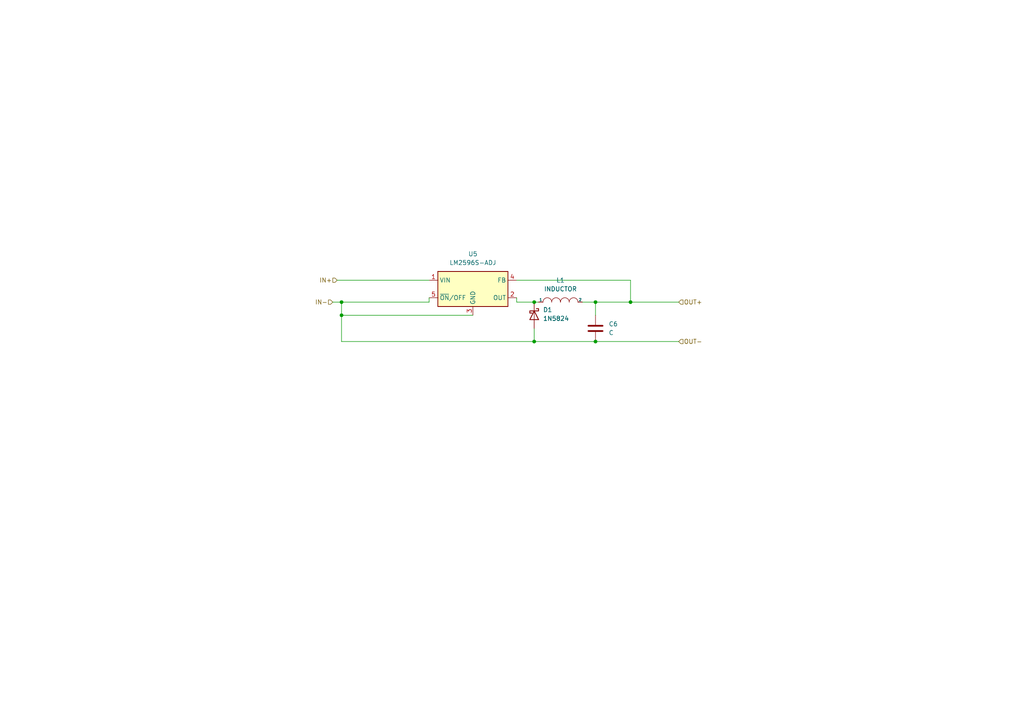
<source format=kicad_sch>
(kicad_sch (version 20230121) (generator eeschema)
  (paper "A4")
  (lib_symbols
    (symbol "Device:C" (pin_numbers hide) (pin_names (offset 0.254))
      (property "Reference" "C" (at 0.635 2.54 0))
      (property "Value" "C" (at 0.635 -2.54 0))
      (symbol "C_0_1"
        (polyline (pts (xy -2.032 -0.762) (xy 2.032 -0.762)) (stroke (width 0.508)))
        (polyline (pts (xy -2.032 0.762) (xy 2.032 0.762)) (stroke (width 0.508)))
      )
      (symbol "C_1_1"
        (pin passive line (at 0 3.81 270) (length 2.794) (name "~") (number "1"))
        (pin passive line (at 0 -3.81 90) (length 2.794) (name "~") (number "2"))
      )
    )
    (symbol "Diode:1N5822" (pin_numbers hide) (pin_names (offset 1.016) hide)
      (property "Reference" "D" (at 0 2.54 0))
      (property "Value" "1N5822" (at 0 -2.54 0))
      (symbol "1N5822_0_1"
        (polyline (pts (xy 1.27 0) (xy -1.27 0)))
        (polyline (pts (xy 1.27 1.27) (xy 1.27 -1.27) (xy -1.27 0) (xy 1.27 1.27)) (stroke (width 0.254)))
        (polyline (pts (xy -1.905 0.635) (xy -1.905 1.27) (xy -1.27 1.27) (xy -1.27 -1.27) (xy -0.635 -1.27) (xy -0.635 -0.635)) (stroke (width 0.254)))
      )
      (symbol "1N5822_1_1"
        (pin passive line (at -3.81 0 0) (length 2.54) (name "K") (number "1"))
        (pin passive line (at 3.81 0 180) (length 2.54) (name "A") (number "2"))
      )
    )
    (symbol "Regulator_Switching:LM2596S-ADJ"
      (property "Reference" "U" (at -10.16 6.35 0))
      (property "Value" "LM2596S-ADJ" (at 0 6.35 0))
      (symbol "LM2596S-ADJ_0_1"
        (rectangle (start -10.16 5.08) (end 10.16 -5.08) (stroke (width 0.254)) (fill (type background)))
      )
      (symbol "LM2596S-ADJ_1_1"
        (pin power_in line (at -12.7 2.54 0) (length 2.54) (name "VIN") (number "1"))
        (pin output line (at 12.7 -2.54 180) (length 2.54) (name "OUT") (number "2"))
        (pin power_in line (at 0 -7.62 90) (length 2.54) (name "GND") (number "3"))
        (pin input line (at 12.7 2.54 180) (length 2.54) (name "FB") (number "4"))
        (pin input line (at -12.7 -2.54 0) (length 2.54) (name "~{ON}/OFF") (number "5"))
      )
    )
    (symbol "pspice:INDUCTOR" (pin_numbers hide) (pin_names (offset 0))
      (property "Reference" "L" (at 0 2.54 0))
      (property "Value" "INDUCTOR" (at 0 -1.27 0))
      (symbol "INDUCTOR_0_1"
        (arc (start -2.54 0) (mid -3.81 1.2645) (end -5.08 0))
        (arc (start 0 0) (mid -1.27 1.2645) (end -2.54 0))
        (arc (start 2.54 0) (mid 1.27 1.2645) (end 0 0))
        (arc (start 5.08 0) (mid 3.81 1.2645) (end 2.54 0))
      )
      (symbol "INDUCTOR_1_1"
        (pin input line (at -6.35 0 0) (length 1.27) (name "1") (number "1"))
        (pin input line (at 6.35 0 180) (length 1.27) (name "2") (number "2"))
      )
    )
  )
  (junction (at 182.88 87.63))
  (junction (at 154.94 87.63))
  (junction (at 172.72 87.63))
  (junction (at 172.72 99.06))
  (junction (at 99.06 91.44))
  (junction (at 99.06 87.63))
  (junction (at 154.94 99.06))
  (wire (pts (xy 99.06 99.06) (xy 154.94 99.06)))
  (wire (pts (xy 124.46 87.63) (xy 124.46 86.36)))
  (wire (pts (xy 172.72 87.63) (xy 182.88 87.63)))
  (wire (pts (xy 149.86 86.36) (xy 149.86 87.63)))
  (wire (pts (xy 182.88 81.28) (xy 182.88 87.63)))
  (wire (pts (xy 154.94 99.06) (xy 172.72 99.06)))
  (wire (pts (xy 172.72 87.63) (xy 172.72 91.44)))
  (wire (pts (xy 99.06 91.44) (xy 99.06 99.06)))
  (wire (pts (xy 149.86 87.63) (xy 154.94 87.63)))
  (wire (pts (xy 168.91 87.63) (xy 172.72 87.63)))
  (wire (pts (xy 172.72 99.06) (xy 196.85 99.06)))
  (wire (pts (xy 99.06 87.63) (xy 99.06 91.44)))
  (wire (pts (xy 182.88 87.63) (xy 196.85 87.63)))
  (wire (pts (xy 97.79 81.28) (xy 124.46 81.28)))
  (wire (pts (xy 99.06 87.63) (xy 124.46 87.63)))
  (wire (pts (xy 154.94 95.25) (xy 154.94 99.06)))
  (wire (pts (xy 149.86 81.28) (xy 182.88 81.28)))
  (wire (pts (xy 96.52 87.63) (xy 99.06 87.63)))
  (wire (pts (xy 137.16 91.44) (xy 99.06 91.44)))
  (wire (pts (xy 154.94 87.63) (xy 156.21 87.63)))
  (hierarchical_label "OUT+" (shape input) (at 196.85 87.63 0))
  (hierarchical_label "OUT-" (shape input) (at 196.85 99.06 0))
  (hierarchical_label "IN+" (shape input) (at 97.79 81.28 180))
  (hierarchical_label "IN-" (shape input) (at 96.52 87.63 180))
  (symbol (lib_id "pspice:INDUCTOR") (at 162.56 87.63 0) (unit 1)
    (property "Reference" "L1" (at 162.56 81.28 0))
    (property "Value" "INDUCTOR" (at 162.56 83.82 0))
    (property "Footprint" "Inductor_THT:L_Axial_L11.0mm_D4.5mm_P15.24mm_Horizontal_Fastron_MECC" (effects hide))
  )
  (symbol (lib_id "Diode:1N5822") (at 154.94 91.44 270) (unit 1)
    (property "Reference" "D1" (at 157.48 89.8524 90) (effects (justify left)))
    (property "Value" "1N5824" (at 157.48 92.3924 90) (effects (justify left)))
    (property "Footprint" "Diode_THT:D_DO-201AD_P15.24mm_Horizontal" (effects hide))
    (property "Datasheet" "http://www.vishay.com/docs/88526/1n5820.pdf" (effects hide))
  )
  (symbol (lib_id "Device:C") (at 172.72 95.25 0) (unit 1)
    (property "Reference" "C6" (at 176.53 93.9799 0) (effects (justify left)))
    (property "Value" "C" (at 176.53 96.5199 0) (effects (justify left)))
    (property "Footprint" "Capacitor_THT:C_Axial_L5.1mm_D3.1mm_P15.00mm_Horizontal" (effects hide))
  )
  (symbol (lib_id "Regulator_Switching:LM2596S-ADJ") (at 137.16 83.82 0) (unit 1)
    (property "Reference" "U5" (at 137.16 73.66 0))
    (property "Value" "LM2596S-ADJ" (at 137.16 76.2 0))
    (property "Footprint" "Package_TO_SOT_SMD:TO-263-5_TabPin3" (effects hide))
    (property "Datasheet" "http://www.ti.com/lit/ds/symlink/lm2596.pdf" (effects hide))
  )
)
</source>
